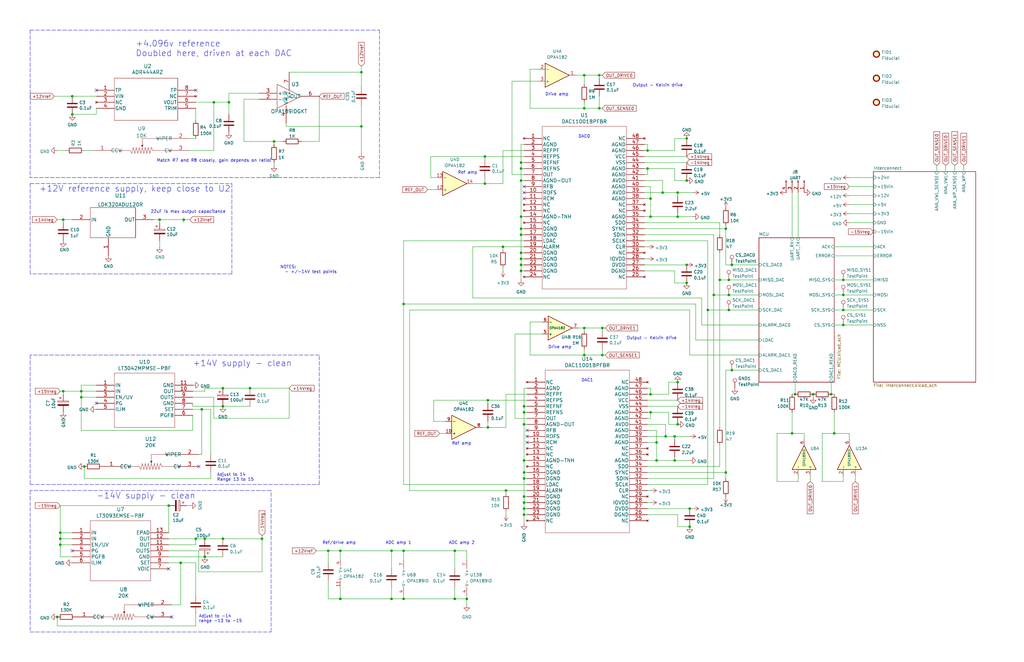
<source format=kicad_sch>
(kicad_sch (version 20211123) (generator eeschema)
  (paper "USLedger")
  (title_block (title "NR1B-Analog") (date "2022-07-26") (rev "v1.0") (company "University of Dallas") (comment 1 "Isaac Kelly <ikelly@udallas.edu>"))
  (junction (at 25.4 227.33))
  (junction (at 71.12 213.36))
  (junction (at 274.32 173.99))
  (junction (at 220.98 209.55))
  (junction (at 246.38 138.43))
  (junction (at 285.75 91.44))
  (junction (at 25.4 229.87))
  (junction (at 138.43 232.41))
  (junction (at 34.29 165.1))
  (junction (at 306.07 96.52))
  (junction (at 110.49 227.33))
  (junction (at 212.09 104.14))
  (junction (at 196.85 252.73))
  (junction (at 96.52 43.18))
  (junction (at 219.71 68.58))
  (junction (at 26.67 92.71))
  (junction (at 273.05 63.5))
  (junction (at 355.6 137.16))
  (junction (at 204.47 66.04))
  (junction (at 219.71 106.68))
  (junction (at 165.1 232.41))
  (junction (at 219.71 96.52))
  (junction (at 298.45 130.81))
  (junction (at 274.32 83.82))
  (junction (at 355.6 130.81))
  (junction (at 93.98 163.83))
  (junction (at 274.32 166.37))
  (junction (at 334.01 182.88))
  (junction (at 308.61 156.21))
  (junction (at 143.51 232.41))
  (junction (at 105.41 163.83))
  (junction (at 289.56 119.38))
  (junction (at 191.77 252.73))
  (junction (at 191.77 232.41))
  (junction (at 93.98 171.45))
  (junction (at 273.05 71.12))
  (junction (at 26.67 165.1))
  (junction (at 276.86 194.31))
  (junction (at 220.98 179.07))
  (junction (at 246.38 31.75))
  (junction (at 284.48 194.31))
  (junction (at 170.18 232.41))
  (junction (at 170.18 252.73))
  (junction (at 34.29 167.64))
  (junction (at 204.47 77.47))
  (junction (at 67.31 92.71))
  (junction (at 213.36 207.01))
  (junction (at 220.98 173.99))
  (junction (at 90.17 43.18))
  (junction (at 219.71 99.06))
  (junction (at 220.98 194.31))
  (junction (at 219.71 76.2))
  (junction (at 285.75 179.07))
  (junction (at 350.52 166.37))
  (junction (at 205.74 168.91))
  (junction (at 86.36 227.33))
  (junction (at 35.56 196.85))
  (junction (at 85.09 172.72))
  (junction (at 219.71 111.76))
  (junction (at 307.34 124.46))
  (junction (at 306.07 199.39))
  (junction (at 152.4 53.34))
  (junction (at 280.67 184.15))
  (junction (at 285.75 161.29))
  (junction (at 219.71 71.12))
  (junction (at 308.61 111.76))
  (junction (at 220.98 217.17))
  (junction (at 93.98 227.33))
  (junction (at 289.56 58.42))
  (junction (at 254 149.86))
  (junction (at 284.48 184.15))
  (junction (at 289.56 111.76))
  (junction (at 220.98 214.63))
  (junction (at 300.99 124.46))
  (junction (at 307.34 130.81))
  (junction (at 303.53 118.11))
  (junction (at 30.48 40.64))
  (junction (at 115.57 59.69))
  (junction (at 205.74 180.34))
  (junction (at 220.98 212.09))
  (junction (at 252.73 45.72))
  (junction (at 170.18 128.27))
  (junction (at 219.71 114.3))
  (junction (at 279.4 81.28))
  (junction (at 290.83 222.25))
  (junction (at 285.75 81.28))
  (junction (at 355.6 118.11))
  (junction (at 220.98 199.39))
  (junction (at 355.6 124.46))
  (junction (at 165.1 252.73))
  (junction (at 342.9 166.37))
  (junction (at 351.79 182.88))
  (junction (at 246.38 149.86))
  (junction (at 246.38 45.72))
  (junction (at 252.73 31.75))
  (junction (at 82.55 227.33))
  (junction (at 30.48 48.26))
  (junction (at 25.4 224.79))
  (junction (at 86.36 234.95))
  (junction (at 152.4 30.48))
  (junction (at 289.56 76.2))
  (junction (at 274.32 91.44))
  (junction (at 254 138.43))
  (junction (at 76.2 237.49))
  (junction (at 307.34 118.11))
  (junction (at 219.71 91.44))
  (junction (at 77.47 92.71))
  (junction (at 290.83 214.63))
  (junction (at 335.28 166.37))
  (junction (at 24.13 260.35))
  (junction (at 219.71 109.22))
  (junction (at 276.86 186.69))
  (junction (at 220.98 171.45))
  (junction (at 220.98 201.93))
  (junction (at 143.51 252.73))
  (no_connect (at 82.55 38.1))
  (no_connect (at 72.39 260.35))
  (no_connect (at 222.25 186.69))
  (no_connect (at 222.25 181.61))
  (no_connect (at 220.98 81.28))
  (no_connect (at 222.25 184.15))
  (no_connect (at 83.82 196.85))
  (no_connect (at 30.48 232.41))
  (no_connect (at 71.12 240.03))
  (no_connect (at 220.98 78.74))
  (no_connect (at 220.98 83.82))
  (no_connect (at 40.64 170.18))
  (no_connect (at 40.64 38.1))
  (wire (pts (xy 306.07 156.21) (xy 308.61 156.21)))
  (wire (pts (xy 90.17 43.18) (xy 96.52 43.18)))
  (wire (pts (xy 220.98 194.31) (xy 222.25 194.31)))
  (wire (pts (xy 303.53 106.68) (xy 303.53 118.11)))
  (wire (pts (xy 217.17 140.97) (xy 228.6 140.97)))
  (wire (pts (xy 110.49 241.3) (xy 110.49 227.33)))
  (wire (pts (xy 289.56 58.42) (xy 284.48 58.42)))
  (wire (pts (xy 271.78 101.6) (xy 298.45 101.6)))
  (wire (pts (xy 34.29 162.56) (xy 34.29 165.1)))
  (wire (pts (xy 203.2 180.34) (xy 205.74 180.34)))
  (wire (pts (xy 284.48 194.31) (xy 290.83 194.31)))
  (wire (pts (xy 273.05 201.93) (xy 300.99 201.93)))
  (wire (pts (xy 86.36 163.83) (xy 93.98 163.83)))
  (wire (pts (xy 152.4 27.94) (xy 152.4 30.48)))
  (wire (pts (xy 358.14 86.36) (xy 368.3 86.36)))
  (wire (pts (xy 274.32 173.99) (xy 273.05 173.99)))
  (wire (pts (xy 82.55 227.33) (xy 86.36 227.33)))
  (wire (pts (xy 25.4 213.36) (xy 71.12 213.36)))
  (wire (pts (xy 191.77 247.65) (xy 191.77 252.73)))
  (wire (pts (xy 358.14 182.88) (xy 358.14 185.42)))
  (wire (pts (xy 274.32 78.74) (xy 271.78 78.74)))
  (wire (pts (xy 284.48 58.42) (xy 284.48 63.5)))
  (wire (pts (xy 64.77 92.71) (xy 67.31 92.71)))
  (wire (pts (xy 40.64 40.64) (xy 30.48 40.64)))
  (wire (pts (xy 81.28 165.1) (xy 86.36 165.1)))
  (wire (pts (xy 273.05 63.5) (xy 271.78 63.5)))
  (wire (pts (xy 133.35 232.41) (xy 138.43 232.41)))
  (wire (pts (xy 152.4 53.34) (xy 152.4 44.45)))
  (wire (pts (xy 71.12 227.33) (xy 82.55 227.33)))
  (wire (pts (xy 246.38 147.32) (xy 246.38 149.86)))
  (wire (pts (xy 276.86 194.31) (xy 284.48 194.31)))
  (wire (pts (xy 96.52 48.26) (xy 96.52 43.18)))
  (wire (pts (xy 284.48 184.15) (xy 284.48 185.42)))
  (wire (pts (xy 254 149.86) (xy 255.27 149.86)))
  (wire (pts (xy 252.73 45.72) (xy 254 45.72)))
  (wire (pts (xy 336.55 203.2) (xy 327.66 203.2)))
  (wire (pts (xy 300.99 99.06) (xy 300.99 124.46)))
  (wire (pts (xy 82.55 227.33) (xy 82.55 229.87)))
  (wire (pts (xy 223.52 29.21) (xy 223.52 45.72)))
  (wire (pts (xy 35.56 201.93) (xy 35.56 196.85)))
  (wire (pts (xy 82.55 259.08) (xy 82.55 264.16)))
  (wire (pts (xy 212.09 77.47) (xy 212.09 63.5)))
  (wire (pts (xy 402.59 69.85) (xy 402.59 72.39)))
  (wire (pts (xy 271.78 81.28) (xy 279.4 81.28)))
  (wire (pts (xy 199.39 104.14) (xy 199.39 125.73)))
  (wire (pts (xy 243.84 138.43) (xy 246.38 138.43)))
  (wire (pts (xy 223.52 29.21) (xy 227.33 29.21)))
  (wire (pts (xy 274.32 173.99) (xy 274.32 176.53)))
  (wire (pts (xy 121.92 30.48) (xy 152.4 30.48)))
  (wire (pts (xy 109.22 41.91) (xy 102.87 41.91)))
  (wire (pts (xy 24.13 92.71) (xy 26.67 92.71)))
  (wire (pts (xy 165.1 247.65) (xy 165.1 252.73)))
  (wire (pts (xy 219.71 96.52) (xy 219.71 99.06)))
  (wire (pts (xy 303.53 118.11) (xy 303.53 180.34)))
  (wire (pts (xy 220.98 214.63) (xy 222.25 214.63)))
  (wire (pts (xy 115.57 59.69) (xy 119.38 59.69)))
  (wire (pts (xy 293.37 128.27) (xy 293.37 143.51)))
  (wire (pts (xy 271.78 93.98) (xy 303.53 93.98)))
  (wire (pts (xy 83.82 232.41) (xy 83.82 241.3)))
  (wire (pts (xy 71.12 232.41) (xy 83.82 232.41)))
  (wire (pts (xy 67.31 101.6) (xy 67.31 104.14)))
  (wire (pts (xy 212.09 104.14) (xy 199.39 104.14)))
  (wire (pts (xy 26.67 92.71) (xy 30.48 92.71)))
  (polyline (pts (xy 160.02 12.7) (xy 160.02 74.93)))
  (wire (pts (xy 196.85 252.73) (xy 196.85 251.46)))
  (wire (pts (xy 219.71 68.58) (xy 220.98 68.58)))
  (wire (pts (xy 219.71 71.12) (xy 219.71 76.2)))
  (wire (pts (xy 351.79 124.46) (xy 355.6 124.46)))
  (polyline (pts (xy 114.3 266.7) (xy 114.3 207.01)))
  (wire (pts (xy 279.4 81.28) (xy 285.75 81.28)))
  (wire (pts (xy 86.36 163.83) (xy 86.36 165.1)))
  (wire (pts (xy 271.78 83.82) (xy 274.32 83.82)))
  (wire (pts (xy 220.98 173.99) (xy 220.98 179.07)))
  (wire (pts (xy 223.52 135.89) (xy 223.52 149.86)))
  (wire (pts (xy 346.71 182.88) (xy 351.79 182.88)))
  (wire (pts (xy 334.01 81.28) (xy 334.01 100.33)))
  (wire (pts (xy 220.98 66.04) (xy 204.47 66.04)))
  (wire (pts (xy 40.64 162.56) (xy 34.29 162.56)))
  (wire (pts (xy 334.01 173.99) (xy 334.01 182.88)))
  (wire (pts (xy 90.17 167.64) (xy 90.17 176.53)))
  (wire (pts (xy 358.14 82.55) (xy 368.3 82.55)))
  (wire (pts (xy 351.79 104.14) (xy 368.3 104.14)))
  (polyline (pts (xy 114.3 207.01) (xy 12.7 207.01)))
  (wire (pts (xy 358.14 93.98) (xy 368.3 93.98)))
  (wire (pts (xy 284.48 194.31) (xy 284.48 193.04)))
  (wire (pts (xy 280.67 179.07) (xy 280.67 184.15)))
  (polyline (pts (xy 134.62 149.86) (xy 12.7 149.86)))
  (wire (pts (xy 220.98 60.96) (xy 219.71 60.96)))
  (wire (pts (xy 76.2 255.27) (xy 76.2 237.49)))
  (wire (pts (xy 220.98 199.39) (xy 220.98 201.93)))
  (wire (pts (xy 285.75 91.44) (xy 292.1 91.44)))
  (wire (pts (xy 274.32 83.82) (xy 274.32 78.74)))
  (wire (pts (xy 212.09 113.03) (xy 212.09 114.3)))
  (wire (pts (xy 280.67 184.15) (xy 284.48 184.15)))
  (polyline (pts (xy 12.7 207.01) (xy 12.7 209.55)))
  (polyline (pts (xy 12.7 204.47) (xy 134.62 204.47)))
  (wire (pts (xy 196.85 232.41) (xy 196.85 236.22)))
  (wire (pts (xy 180.34 80.01) (xy 184.15 80.01)))
  (wire (pts (xy 22.86 40.64) (xy 30.48 40.64)))
  (wire (pts (xy 81.28 175.26) (xy 81.28 181.61)))
  (wire (pts (xy 220.98 73.66) (xy 215.9 73.66)))
  (wire (pts (xy 219.71 109.22) (xy 219.71 111.76)))
  (wire (pts (xy 281.94 161.29) (xy 281.94 166.37)))
  (wire (pts (xy 219.71 99.06) (xy 219.71 106.68)))
  (wire (pts (xy 274.32 83.82) (xy 274.32 91.44)))
  (wire (pts (xy 306.07 96.52) (xy 306.07 111.76)))
  (wire (pts (xy 90.17 43.18) (xy 90.17 63.5)))
  (wire (pts (xy 220.98 212.09) (xy 222.25 212.09)))
  (wire (pts (xy 274.32 212.09) (xy 273.05 212.09)))
  (wire (pts (xy 355.6 118.11) (xy 368.3 118.11)))
  (wire (pts (xy 165.1 232.41) (xy 170.18 232.41)))
  (wire (pts (xy 358.14 74.93) (xy 368.3 74.93)))
  (wire (pts (xy 273.05 104.14) (xy 271.78 104.14)))
  (wire (pts (xy 120.65 52.07) (xy 120.65 53.34)))
  (wire (pts (xy 115.57 68.58) (xy 115.57 69.85)))
  (wire (pts (xy 88.9 201.93) (xy 35.56 201.93)))
  (wire (pts (xy 170.18 251.46) (xy 170.18 252.73)))
  (wire (pts (xy 80.01 58.42) (xy 82.55 58.42)))
  (wire (pts (xy 346.71 203.2) (xy 346.71 182.88)))
  (wire (pts (xy 254 149.86) (xy 254 147.32)))
  (wire (pts (xy 350.52 166.37) (xy 351.79 166.37)))
  (wire (pts (xy 181.61 66.04) (xy 181.61 74.93)))
  (wire (pts (xy 215.9 34.29) (xy 215.9 73.66)))
  (wire (pts (xy 394.97 69.85) (xy 394.97 72.39)))
  (wire (pts (xy 274.32 166.37) (xy 273.05 166.37)))
  (wire (pts (xy 26.67 165.1) (xy 26.67 166.37)))
  (wire (pts (xy 246.38 31.75) (xy 246.38 35.56)))
  (wire (pts (xy 170.18 232.41) (xy 170.18 236.22)))
  (wire (pts (xy 219.71 60.96) (xy 219.71 68.58)))
  (wire (pts (xy 336.55 81.28) (xy 336.55 100.33)))
  (wire (pts (xy 273.05 196.85) (xy 303.53 196.85)))
  (wire (pts (xy 213.36 208.28) (xy 213.36 207.01)))
  (wire (pts (xy 246.38 138.43) (xy 254 138.43)))
  (wire (pts (xy 246.38 45.72) (xy 252.73 45.72)))
  (wire (pts (xy 303.53 93.98) (xy 303.53 99.06)))
  (wire (pts (xy 273.05 168.91) (xy 285.75 168.91)))
  (wire (pts (xy 30.48 234.95) (xy 25.4 234.95)))
  (wire (pts (xy 351.79 173.99) (xy 351.79 182.88)))
  (wire (pts (xy 220.98 194.31) (xy 220.98 199.39)))
  (wire (pts (xy 90.17 176.53) (xy 121.92 176.53)))
  (wire (pts (xy 327.66 203.2) (xy 327.66 182.88)))
  (wire (pts (xy 303.53 187.96) (xy 303.53 196.85)))
  (wire (pts (xy 220.98 163.83) (xy 220.98 171.45)))
  (wire (pts (xy 199.39 77.47) (xy 204.47 77.47)))
  (polyline (pts (xy 12.7 152.4) (xy 12.7 204.47)))
  (wire (pts (xy 246.38 149.86) (xy 254 149.86)))
  (wire (pts (xy 274.32 176.53) (xy 273.05 176.53)))
  (wire (pts (xy 274.32 173.99) (xy 281.94 173.99)))
  (wire (pts (xy 191.77 252.73) (xy 196.85 252.73)))
  (wire (pts (xy 134.62 40.64) (xy 134.62 59.69)))
  (wire (pts (xy 219.71 99.06) (xy 220.98 99.06)))
  (wire (pts (xy 40.64 45.72) (xy 40.64 48.26)))
  (wire (pts (xy 350.52 161.29) (xy 350.52 166.37)))
  (wire (pts (xy 138.43 232.41) (xy 143.51 232.41)))
  (wire (pts (xy 165.1 232.41) (xy 165.1 240.03)))
  (polyline (pts (xy 12.7 12.7) (xy 160.02 12.7)))
  (wire (pts (xy 81.28 172.72) (xy 85.09 172.72)))
  (wire (pts (xy 219.71 91.44) (xy 219.71 96.52)))
  (wire (pts (xy 273.05 109.22) (xy 271.78 109.22)))
  (wire (pts (xy 273.05 71.12) (xy 284.48 71.12)))
  (wire (pts (xy 204.47 66.04) (xy 181.61 66.04)))
  (wire (pts (xy 219.71 111.76) (xy 219.71 114.3)))
  (wire (pts (xy 170.18 128.27) (xy 293.37 128.27)))
  (wire (pts (xy 72.39 255.27) (xy 76.2 255.27)))
  (wire (pts (xy 308.61 156.21) (xy 320.04 156.21)))
  (wire (pts (xy 220.98 212.09) (xy 220.98 214.63)))
  (wire (pts (xy 220.98 217.17) (xy 220.98 220.98)))
  (wire (pts (xy 334.01 182.88) (xy 339.09 182.88)))
  (wire (pts (xy 138.43 232.41) (xy 138.43 237.49)))
  (wire (pts (xy 40.64 167.64) (xy 34.29 167.64)))
  (wire (pts (xy 284.48 71.12) (xy 284.48 76.2)))
  (wire (pts (xy 284.48 114.3) (xy 284.48 119.38)))
  (wire (pts (xy 219.71 111.76) (xy 220.98 111.76)))
  (wire (pts (xy 219.71 96.52) (xy 220.98 96.52)))
  (wire (pts (xy 351.79 137.16) (xy 355.6 137.16)))
  (wire (pts (xy 290.83 149.86) (xy 320.04 149.86)))
  (wire (pts (xy 276.86 194.31) (xy 273.05 194.31)))
  (wire (pts (xy 358.14 90.17) (xy 368.3 90.17)))
  (wire (pts (xy 172.72 130.81) (xy 290.83 130.81)))
  (wire (pts (xy 25.4 213.36) (xy 25.4 224.79)))
  (wire (pts (xy 88.9 172.72) (xy 85.09 172.72)))
  (wire (pts (xy 335.28 166.37) (xy 334.01 166.37)))
  (wire (pts (xy 351.79 107.95) (xy 368.3 107.95)))
  (wire (pts (xy 212.09 63.5) (xy 220.98 63.5)))
  (wire (pts (xy 306.07 111.76) (xy 308.61 111.76)))
  (wire (pts (xy 77.47 92.71) (xy 80.01 92.71)))
  (wire (pts (xy 274.32 207.01) (xy 273.05 207.01)))
  (wire (pts (xy 223.52 45.72) (xy 246.38 45.72)))
  (wire (pts (xy 351.79 118.11) (xy 355.6 118.11)))
  (wire (pts (xy 274.32 163.83) (xy 273.05 163.83)))
  (wire (pts (xy 307.34 124.46) (xy 320.04 124.46)))
  (wire (pts (xy 81.28 167.64) (xy 90.17 167.64)))
  (wire (pts (xy 290.83 130.81) (xy 290.83 149.86)))
  (wire (pts (xy 185.42 182.88) (xy 187.96 182.88)))
  (wire (pts (xy 223.52 149.86) (xy 246.38 149.86)))
  (wire (pts (xy 342.9 167.64) (xy 342.9 166.37)))
  (wire (pts (xy 281.94 179.07) (xy 285.75 179.07)))
  (wire (pts (xy 273.05 179.07) (xy 280.67 179.07)))
  (wire (pts (xy 199.39 125.73) (xy 295.91 125.73)))
  (wire (pts (xy 24.13 264.16) (xy 24.13 260.35)))
  (wire (pts (xy 81.28 171.45) (xy 81.28 170.18)))
  (wire (pts (xy 273.05 71.12) (xy 271.78 71.12)))
  (wire (pts (xy 306.07 95.25) (xy 306.07 96.52)))
  (wire (pts (xy 273.05 204.47) (xy 298.45 204.47)))
  (wire (pts (xy 182.88 168.91) (xy 205.74 168.91)))
  (wire (pts (xy 252.73 45.72) (xy 252.73 40.64)))
  (wire (pts (xy 85.09 172.72) (xy 85.09 191.77)))
  (wire (pts (xy 82.55 264.16) (xy 24.13 264.16)))
  (wire (pts (xy 220.98 214.63) (xy 220.98 217.17)))
  (wire (pts (xy 143.51 252.73) (xy 165.1 252.73)))
  (wire (pts (xy 274.32 91.44) (xy 285.75 91.44)))
  (wire (pts (xy 220.98 201.93) (xy 220.98 209.55)))
  (wire (pts (xy 355.6 124.46) (xy 368.3 124.46)))
  (wire (pts (xy 96.52 39.37) (xy 96.52 43.18)))
  (wire (pts (xy 298.45 204.47) (xy 298.45 130.81)))
  (wire (pts (xy 220.98 173.99) (xy 222.25 173.99)))
  (wire (pts (xy 25.4 229.87) (xy 25.4 227.33)))
  (wire (pts (xy 284.48 119.38) (xy 289.56 119.38)))
  (wire (pts (xy 215.9 34.29) (xy 227.33 34.29)))
  (wire (pts (xy 25.4 165.1) (xy 26.67 165.1)))
  (wire (pts (xy 280.67 184.15) (xy 273.05 184.15)))
  (wire (pts (xy 25.4 224.79) (xy 30.48 224.79)))
  (wire (pts (xy 138.43 245.11) (xy 138.43 252.73)))
  (wire (pts (xy 220.98 171.45) (xy 222.25 171.45)))
  (wire (pts (xy 281.94 166.37) (xy 274.32 166.37)))
  (wire (pts (xy 93.98 227.33) (xy 110.49 227.33)))
  (wire (pts (xy 223.52 135.89) (xy 228.6 135.89)))
  (wire (pts (xy 76.2 237.49) (xy 71.12 237.49)))
  (wire (pts (xy 127 59.69) (xy 134.62 59.69)))
  (wire (pts (xy 254 138.43) (xy 254 139.7)))
  (wire (pts (xy 285.75 91.44) (xy 285.75 90.17)))
  (wire (pts (xy 219.71 76.2) (xy 219.71 91.44)))
  (polyline (pts (xy 12.7 209.55) (xy 12.7 266.7)))
  (wire (pts (xy 204.47 77.47) (xy 212.09 77.47)))
  (wire (pts (xy 40.64 165.1) (xy 34.29 165.1)))
  (wire (pts (xy 34.29 167.64) (xy 34.29 165.1)))
  (wire (pts (xy 273.05 214.63) (xy 290.83 214.63)))
  (wire (pts (xy 25.4 227.33) (xy 25.4 224.79)))
  (wire (pts (xy 406.4 69.85) (xy 406.4 72.39)))
  (polyline (pts (xy 12.7 266.7) (xy 114.3 266.7)))
  (wire (pts (xy 152.4 64.77) (xy 152.4 53.34)))
  (wire (pts (xy 205.74 180.34) (xy 213.36 180.34)))
  (wire (pts (xy 276.86 186.69) (xy 276.86 194.31)))
  (wire (pts (xy 170.18 232.41) (xy 191.77 232.41)))
  (polyline (pts (xy 12.7 77.47) (xy 97.79 77.47)))
  (wire (pts (xy 308.61 111.76) (xy 320.04 111.76)))
  (wire (pts (xy 88.9 172.72) (xy 88.9 191.77)))
  (wire (pts (xy 285.75 81.28) (xy 292.1 81.28)))
  (wire (pts (xy 271.78 68.58) (xy 289.56 68.58)))
  (wire (pts (xy 271.78 114.3) (xy 284.48 114.3)))
  (wire (pts (xy 143.51 232.41) (xy 165.1 232.41)))
  (wire (pts (xy 138.43 252.73) (xy 143.51 252.73)))
  (wire (pts (xy 252.73 31.75) (xy 252.73 33.02)))
  (wire (pts (xy 271.78 99.06) (xy 300.99 99.06)))
  (wire (pts (xy 34.29 181.61) (xy 34.29 167.64)))
  (polyline (pts (xy 12.7 77.47) (xy 12.7 115.57)))
  (wire (pts (xy 213.36 166.37) (xy 222.25 166.37)))
  (wire (pts (xy 273.05 71.12) (xy 273.05 73.66)))
  (wire (pts (xy 276.86 181.61) (xy 276.86 186.69)))
  (wire (pts (xy 222.25 176.53) (xy 217.17 176.53)))
  (wire (pts (xy 181.61 74.93) (xy 184.15 74.93)))
  (wire (pts (xy 220.98 179.07) (xy 220.98 194.31)))
  (wire (pts (xy 212.09 104.14) (xy 212.09 105.41)))
  (wire (pts (xy 93.98 171.45) (xy 81.28 171.45)))
  (wire (pts (xy 88.9 199.39) (xy 88.9 201.93)))
  (wire (pts (xy 191.77 232.41) (xy 191.77 240.03)))
  (wire (pts (xy 213.36 180.34) (xy 213.36 166.37)))
  (wire (pts (xy 279.4 76.2) (xy 279.4 81.28)))
  (wire (pts (xy 298.45 130.81) (xy 307.34 130.81)))
  (polyline (pts (xy 12.7 149.86) (xy 12.7 152.4)))
  (wire (pts (xy 205.74 177.8) (xy 205.74 180.34)))
  (wire (pts (xy 80.01 213.36) (xy 78.74 213.36)))
  (wire (pts (xy 220.98 76.2) (xy 219.71 76.2)))
  (wire (pts (xy 295.91 125.73) (xy 295.91 137.16)))
  (wire (pts (xy 284.48 76.2) (xy 289.56 76.2)))
  (polyline (pts (xy 97.79 115.57) (xy 12.7 115.57)))
  (wire (pts (xy 170.18 204.47) (xy 170.18 128.27)))
  (wire (pts (xy 284.48 63.5) (xy 273.05 63.5)))
  (wire (pts (xy 67.31 93.98) (xy 67.31 92.71)))
  (wire (pts (xy 295.91 137.16) (xy 320.04 137.16)))
  (wire (pts (xy 300.99 124.46) (xy 307.34 124.46)))
  (wire (pts (xy 222.25 163.83) (xy 220.98 163.83)))
  (wire (pts (xy 220.98 199.39) (xy 222.25 199.39)))
  (wire (pts (xy 271.78 111.76) (xy 289.56 111.76)))
  (wire (pts (xy 246.38 31.75) (xy 252.73 31.75)))
  (wire (pts (xy 109.22 39.37) (xy 96.52 39.37)))
  (wire (pts (xy 219.71 109.22) (xy 220.98 109.22)))
  (wire (pts (xy 213.36 207.01) (xy 172.72 207.01)))
  (wire (pts (xy 86.36 234.95) (xy 93.98 234.95)))
  (wire (pts (xy 306.07 199.39) (xy 306.07 201.93)))
  (wire (pts (xy 102.87 41.91) (xy 102.87 59.69)))
  (wire (pts (xy 219.71 114.3) (xy 219.71 118.11)))
  (wire (pts (xy 71.12 213.36) (xy 71.12 224.79)))
  (wire (pts (xy 276.86 186.69) (xy 273.05 186.69)))
  (polyline (pts (xy 160.02 74.93) (xy 12.7 74.93)))
  (wire (pts (xy 170.18 252.73) (xy 191.77 252.73)))
  (wire (pts (xy 341.63 200.66) (xy 341.63 203.2)))
  (wire (pts (xy 306.07 156.21) (xy 306.07 199.39)))
  (wire (pts (xy 222.25 168.91) (xy 205.74 168.91)))
  (wire (pts (xy 327.66 182.88) (xy 334.01 182.88)))
  (wire (pts (xy 220.98 201.93) (xy 222.25 201.93)))
  (wire (pts (xy 217.17 140.97) (xy 217.17 176.53)))
  (wire (pts (xy 26.67 165.1) (xy 34.29 165.1)))
  (wire (pts (xy 115.57 60.96) (xy 115.57 59.69)))
  (wire (pts (xy 219.71 106.68) (xy 220.98 106.68)))
  (wire (pts (xy 273.05 60.96) (xy 273.05 63.5)))
  (wire (pts (xy 170.18 101.6) (xy 170.18 128.27)))
  (wire (pts (xy 271.78 96.52) (xy 306.07 96.52)))
  (wire (pts (xy 213.36 215.9) (xy 213.36 217.17)))
  (wire (pts (xy 271.78 91.44) (xy 274.32 91.44)))
  (wire (pts (xy 273.05 217.17) (xy 285.75 217.17)))
  (wire (pts (xy 82.55 229.87) (xy 71.12 229.87)))
  (wire (pts (xy 307.34 130.81) (xy 320.04 130.81)))
  (wire (pts (xy 298.45 101.6) (xy 298.45 130.81)))
  (wire (pts (xy 182.88 177.8) (xy 187.96 177.8)))
  (wire (pts (xy 182.88 177.8) (xy 182.88 168.91)))
  (wire (pts (xy 339.09 182.88) (xy 339.09 185.42)))
  (wire (pts (xy 351.79 130.81) (xy 355.6 130.81)))
  (wire (pts (xy 220.98 171.45) (xy 220.98 173.99)))
  (wire (pts (xy 220.98 209.55) (xy 220.98 212.09)))
  (wire (pts (xy 165.1 252.73) (xy 170.18 252.73)))
  (wire (pts (xy 351.79 182.88) (xy 358.14 182.88)))
  (wire (pts (xy 196.85 252.73) (xy 196.85 255.27)))
  (wire (pts (xy 281.94 173.99) (xy 281.94 179.07)))
  (wire (pts (xy 80.01 63.5) (xy 90.17 63.5)))
  (wire (pts (xy 285.75 161.29) (xy 281.94 161.29)))
  (wire (pts (xy 220.98 217.17) (xy 222.25 217.17)))
  (wire (pts (xy 300.99 201.93) (xy 300.99 124.46)))
  (wire (pts (xy 110.49 226.06) (xy 110.49 227.33)))
  (wire (pts (xy 355.6 203.2) (xy 346.71 203.2)))
  (wire (pts (xy 219.71 68.58) (xy 219.71 71.12)))
  (wire (pts (xy 220.98 104.14) (xy 212.09 104.14)))
  (wire (pts (xy 77.47 93.98) (xy 77.47 92.71)))
  (wire (pts (xy 336.55 200.66) (xy 336.55 203.2)))
  (wire (pts (xy 93.98 171.45) (xy 105.41 171.45)))
  (wire (pts (xy 82.55 43.18) (xy 90.17 43.18)))
  (wire (pts (xy 307.34 118.11) (xy 320.04 118.11)))
  (wire (pts (xy 71.12 234.95) (xy 86.36 234.95)))
  (wire (pts (xy 246.38 138.43) (xy 246.38 139.7)))
  (wire (pts (xy 355.6 137.16) (xy 368.3 137.16)))
  (wire (pts (xy 86.36 227.33) (xy 93.98 227.33)))
  (wire (pts (xy 67.31 92.71) (xy 77.47 92.71)))
  (wire (pts (xy 360.68 200.66) (xy 360.68 203.2)))
  (polyline (pts (xy 12.7 12.7) (xy 12.7 74.93)))
  (wire (pts (xy 220.98 101.6) (xy 170.18 101.6)))
  (wire (pts (xy 273.05 73.66) (xy 271.78 73.66)))
  (wire (pts (xy 219.71 106.68) (xy 219.71 109.22)))
  (wire (pts (xy 191.77 232.41) (xy 196.85 232.41)))
  (wire (pts (xy 30.48 48.26) (xy 40.64 48.26)))
  (wire (pts (xy 82.55 251.46) (xy 82.55 237.49)))
  (wire (pts (xy 143.51 247.65) (xy 143.51 252.73)))
  (wire (pts (xy 35.56 63.5) (xy 39.37 63.5)))
  (wire (pts (xy 355.6 200.66) (xy 355.6 203.2)))
  (wire (pts (xy 30.48 229.87) (xy 25.4 229.87)))
  (wire (pts (xy 222.25 204.47) (xy 170.18 204.47)))
  (wire (pts (xy 358.14 78.74) (xy 368.3 78.74)))
  (wire (pts (xy 120.65 53.34) (xy 152.4 53.34)))
  (wire (pts (xy 284.48 184.15) (xy 290.83 184.15)))
  (wire (pts (xy 293.37 143.51) (xy 320.04 143.51)))
  (wire (pts (xy 285.75 82.55) (xy 285.75 81.28)))
  (polyline (pts (xy 134.62 204.47) (xy 134.62 149.86)))
  (wire (pts (xy 285.75 222.25) (xy 290.83 222.25)))
  (wire (pts (xy 152.4 30.48) (xy 152.4 36.83)))
  (wire (pts (xy 285.75 217.17) (xy 285.75 222.25)))
  (wire (pts (xy 102.87 59.69) (xy 115.57 59.69)))
  (wire (pts (xy 273.05 181.61) (xy 276.86 181.61)))
  (wire (pts (xy 143.51 232.41) (xy 143.51 236.22)))
  (wire (pts (xy 204.47 77.47) (xy 204.47 74.93)))
  (wire (pts (xy 242.57 31.75) (xy 246.38 31.75)))
  (wire (pts (xy 25.4 234.95) (xy 25.4 229.87)))
  (wire (pts (xy 205.74 168.91) (xy 205.74 170.18)))
  (wire (pts (xy 273.05 171.45) (xy 285.75 171.45)))
  (wire (pts (xy 219.71 114.3) (xy 220.98 114.3)))
  (wire (pts (xy 82.55 237.49) (xy 76.2 237.49)))
  (wire (pts (xy 303.53 118.11) (xy 307.34 118.11)))
  (wire (pts (xy 82.55 45.72) (xy 82.55 50.8)))
  (wire (pts (xy 335.28 161.29) (xy 335.28 166.37)))
  (wire (pts (xy 254 138.43) (xy 255.27 138.43)))
  (wire (pts (xy 24.13 63.5) (xy 27.94 63.5)))
  (wire (pts (xy 85.09 191.77) (xy 83.82 191.77)))
  (wire (pts (xy 398.78 69.85) (xy 398.78 72.39)))
  (wire (pts (xy 246.38 43.18) (xy 246.38 45.72)))
  (wire (pts (xy 105.41 163.83) (xy 121.92 163.83)))
  (wire (pts (xy 81.28 181.61) (xy 34.29 181.61)))
  (wire (pts (xy 273.05 60.96) (xy 271.78 60.96)))
  (wire (pts (xy 30.48 227.33) (xy 25.4 227.33)))
  (wire (pts (xy 355.6 130.81) (xy 368.3 130.81)))
  (polyline (pts (xy 97.79 77.47) (xy 97.79 115.57)))
  (wire (pts (xy 252.73 31.75) (xy 254 31.75)))
  (wire (pts (xy 219.71 71.12) (xy 220.98 71.12)))
  (wire (pts (xy 220.98 209.55) (xy 222.25 209.55)))
  (wire (pts (xy 273.05 199.39) (xy 306.07 199.39)))
  (wire (pts (xy 219.71 91.44) (xy 220.98 91.44)))
  (wire (pts (xy 93.98 163.83) (xy 105.41 163.83)))
  (wire (pts (xy 26.67 92.71) (xy 26.67 93.98)))
  (wire (pts (xy 271.78 66.04) (xy 289.56 66.04)))
  (wire (pts (xy 213.36 207.01) (xy 222.25 207.01)))
  (wire (pts (xy 83.82 241.3) (xy 110.49 241.3)))
  (wire (pts (xy 274.32 163.83) (xy 274.32 166.37)))
  (wire (pts (xy 121.92 163.83) (xy 121.92 176.53)))
  (wire (pts (xy 220.98 179.07) (xy 222.25 179.07)))
  (wire (pts (xy 204.47 66.04) (xy 204.47 67.31)))
  (wire (pts (xy 292.1 214.63) (xy 290.83 214.63)))
  (wire (pts (xy 271.78 76.2) (xy 279.4 76.2)))
  (wire (pts (xy 172.72 207.01) (xy 172.72 130.81)))
  (text "Match R7 and R8 closely, gain depends on ratio!" (at 66.04 68.58 0) (effects (font (size 1.27 1.27)) (justify left bottom)))
  (text "Output - Kelvin drive" (at 266.7 36.83 0) (effects (font (size 1.27 1.27)) (justify left bottom)))
  (text "+14V supply - clean" (at 81.28 154.94 0) (effects (font (size 2.54 2.54)) (justify left bottom)))
  (text "ADC amp 1" (at 162.56 229.87 0) (effects (font (size 1.27 1.27)) (justify left bottom)))
  (text "NOTES:\n  - +/-14V test points" (at 118.11 115.57 0) (effects (font (size 1.27 1.27)) (justify left bottom)))
  (text "Adjust to 14\nRange 13 to 15" (at 91.44 203.2 0) (effects (font (size 1.27 1.27)) (justify left bottom)))
  (text "Ref/drive amp" (at 135.89 229.87 0) (effects (font (size 1.27 1.27)) (justify left bottom)))
  (text "ADC amp 2" (at 189.23 229.87 0) (effects (font (size 1.27 1.27)) (justify left bottom)))
  (text "Drive amp" (at 231.14 147.32 0) (effects (font (size 1.27 1.27)) (justify left bottom)))
  (text "+12V reference supply, keep close to U2" (at 16.51 81.28 0) (effects (font (size 2.54 2.54)) (justify left bottom)))
  (text "Ref amp" (at 190.5 187.96 0) (effects (font (size 1.27 1.27)) (justify left bottom)))
  (text "Drive amp" (at 229.87 40.64 0) (effects (font (size 1.27 1.27)) (justify left bottom)))
  (text "DAC1" (at 245.11 161.29 0) (effects (font (size 1.27 1.27)) (justify left bottom)))
  (text "+4.096v reference\nDoubled here, driven at each DAC" (at 57.15 24.13 0) (effects (font (size 2.54 2.54)) (justify left bottom)))
  (text "22uF is max output capacitance" (at 63.5 90.17 0) (effects (font (size 1.27 1.27)) (justify left bottom)))
  (text "Ref amp" (at 193.04 73.66 0) (effects (font (size 1.27 1.27)) (justify left bottom)))
  (text "Output - Kelvin drive" (at 264.16 143.51 0) (effects (font (size 1.27 1.27)) (justify left bottom)))
  (text "Adjust to -14\nrange -13 to -15" (at 83.82 262.89 0) (effects (font (size 1.27 1.27)) (justify left bottom)))
  (text "DAC0" (at 243.84 58.42 0) (effects (font (size 1.27 1.27)) (justify left bottom)))
  (text "-14V supply - clean\n" (at 40.64 210.82 0) (effects (font (size 2.54 2.54)) (justify left bottom)))
  (global_label "OUT_DRIVE1" (shape input) (at 255.27 138.43 0) (property "Intersheet References" "${INTERSHEET_REFS}" (effects hide)))
  (global_label "+12Vref" (shape input) (at 133.35 232.41 180) (property "Intersheet References" "${INTERSHEET_REFS}" (effects hide)))
  (global_label "OUT_DRIVE1" (shape input) (at 406.4 69.85 90) (property "Intersheet References" "${INTERSHEET_REFS}" (effects hide)))
  (global_label "+14Vreg" (shape input) (at 24.13 92.71 180) (property "Intersheet References" "${INTERSHEET_REFS}" (effects hide)))
  (global_label "OUT_SENSE1" (shape input) (at 255.27 149.86 0) (property "Intersheet References" "${INTERSHEET_REFS}" (effects hide)))
  (global_label "REF_OUT" (shape input) (at 180.34 80.01 180) (property "Intersheet References" "${INTERSHEET_REFS}" (effects hide)))
  (global_label "+14Vreg" (shape input) (at 289.56 66.04 0) (property "Intersheet References" "${INTERSHEET_REFS}" (effects hide)))
  (global_label "+15Vreg" (shape input) (at 25.4 165.1 180) (property "Intersheet References" "${INTERSHEET_REFS}" (effects hide)))
  (global_label "+12Vref" (shape input) (at 22.86 40.64 180) (property "Intersheet References" "${INTERSHEET_REFS}" (effects hide)))
  (global_label "+15Vreg" (shape input) (at 358.14 78.74 180) (property "Intersheet References" "${INTERSHEET_REFS}" (effects hide)))
  (global_label "OUT_SENSE0" (shape input) (at 254 45.72 0) (property "Intersheet References" "${INTERSHEET_REFS}" (effects hide)))
  (global_label "+12Vref" (shape input) (at 152.4 27.94 90) (property "Intersheet References" "${INTERSHEET_REFS}" (effects hide)))
  (global_label "REF_OUT" (shape input) (at 134.62 40.64 0) (property "Intersheet References" "${INTERSHEET_REFS}" (effects hide)))
  (global_label "-14Vreg" (shape input) (at 110.49 226.06 90) (property "Intersheet References" "${INTERSHEET_REFS}" (effects hide)))
  (global_label "-15Vreg" (shape input) (at 25.4 213.36 180) (property "Intersheet References" "${INTERSHEET_REFS}" (effects hide)))
  (global_label "-14Vreg" (shape input) (at 285.75 171.45 0) (property "Intersheet References" "${INTERSHEET_REFS}" (effects hide)))
  (global_label "OUT_DRIVE1" (shape input) (at 360.68 203.2 270) (property "Intersheet References" "${INTERSHEET_REFS}" (effects hide)))
  (global_label "+14Vreg" (shape input) (at 121.92 163.83 0) (property "Intersheet References" "${INTERSHEET_REFS}" (effects hide)))
  (global_label "OUT_DRIVE0" (shape input) (at 254 31.75 0) (property "Intersheet References" "${INTERSHEET_REFS}" (effects hide)))
  (global_label "-14Vreg" (shape input) (at 289.56 68.58 0) (property "Intersheet References" "${INTERSHEET_REFS}" (effects hide)))
  (global_label "+14Vreg" (shape input) (at 285.75 168.91 0) (property "Intersheet References" "${INTERSHEET_REFS}" (effects hide)))
  (global_label "-15Vreg" (shape input) (at 368.3 97.79 180) (property "Intersheet References" "${INTERSHEET_REFS}" (effects hide)))
  (global_label "+12Vref" (shape input) (at 80.01 92.71 0) (property "Intersheet References" "${INTERSHEET_REFS}" (effects hide)))
  (global_label "REF_OUT" (shape input) (at 185.42 182.88 180) (property "Intersheet References" "${INTERSHEET_REFS}" (effects hide)))
  (global_label "OUT_DRIVE0" (shape input) (at 341.63 203.2 270) (property "Intersheet References" "${INTERSHEET_REFS}" (effects hide)))
  (global_label "OUT_DRIVE0" (shape input) (at 398.78 69.85 90) (property "Intersheet References" "${INTERSHEET_REFS}" (effects hide)))
  (global_label "OUT_SENSE0" (shape input) (at 394.97 69.85 90) (property "Intersheet References" "${INTERSHEET_REFS}" (effects hide)))
  (global_label "OUT_SENSE1" (shape input) (at 402.59 69.85 90) (property "Intersheet References" "${INTERSHEET_REFS}" (effects hide)))
  (symbol (lib_id "2022-06-16_17-58-01:ADR444ARZ") (at 26.67 38.1 0) (unit 1)
    (property "Reference" "U2" (at 62.23 27.94 0) (effects (font (size 1.524 1.524))))
    (property "Value" "ADR444ARZ" (at 62.23 30.48 0) (effects (font (size 1.524 1.524))))
    (property "Footprint" "Package_SO:SO-8_3.9x4.9mm_P1.27mm" (effects hide))
  )
  (symbol (lib_id "2022-06-16_17-06-14:DAC11001BPFBR") (at 220.98 58.42 0) (unit 1)
    (property "Reference" "U1" (at 246.38 48.5902 0) (effects (font (size 1.524 1.524))))
    (property "Value" "DAC11001BPFBR" (at 246.38 51.2826 0) (effects (font (size 1.524 1.524))))
    (property "Footprint" "Package_QFP:TQFP-48_7x7mm_P0.5mm" (effects hide))
  )
  (symbol (lib_id "Device:C") (at 204.47 71.12 0) (unit 1)
    (property "Reference" "C1" (at 207.391 69.9516 0) (effects (justify left)))
    (property "Value" "0.1uF" (at 207.391 72.263 0) (effects (justify left)))
    (property "Footprint" "Capacitor_SMD:C_0603_1608Metric" (effects hide))
  )
  (symbol (lib_id "2022-06-30_16-49-50:LT3042MPMSE-PBF") (at 40.64 162.56 0) (unit 1)
    (property "Reference" "U10" (at 60.96 152.7302 0) (effects (font (size 1.524 1.524))))
    (property "Value" "LT3042MPMSE-PBF" (at 60.96 155.4226 0) (effects (font (size 1.524 1.524))))
    (property "Footprint" "Package_SO:MSOP-10-1EP_3x3mm_P0.5mm_EP1.68x1.88mm" (effects hide))
  )
  (symbol (lib_id "2022-06-30_16-50-17:LT3093EMSE-PBF") (at 30.48 224.79 0) (unit 1)
    (property "Reference" "U7" (at 50.8 214.9602 0) (effects (font (size 1.524 1.524))))
    (property "Value" "LT3093EMSE-PBF" (at 50.8 217.6526 0) (effects (font (size 1.524 1.524))))
    (property "Footprint" "Package_SO:MSOP-12-1EP_3x4mm_P0.65mm_EP1.65x2.85mm" (effects hide))
  )
  (symbol (lib_id "2022-07-01_14-40-34:3224J-1-103E") (at 31.75 260.35 0) (unit 1)
    (property "Reference" "U8" (at 52.07 248.7422 0) (effects (font (size 1.524 1.524))))
    (property "Value" "20K" (at 52.07 251.4346 0) (effects (font (size 1.524 1.524))))
    (property "Footprint" "3224J-1-103E:3224J-1-103E" (effects hide))
  )
  (symbol (lib_id "2022-07-01_14-40-34:3224J-1-103E") (at 43.18 196.85 0) (unit 1)
    (property "Reference" "U12" (at 63.5 185.2422 0) (effects (font (size 1.524 1.524))))
    (property "Value" "20K" (at 63.5 187.9346 0) (effects (font (size 1.524 1.524))))
    (property "Footprint" "3224J-1-103E:3224J-1-103E" (effects hide))
  )
  (symbol (lib_id "power:GND") (at 40.64 172.72 270) (unit 1)
    (property "Reference" "#PWR09" (effects hide))
    (property "Value" "GND" (at 37.3888 172.847 90) (effects (justify right)))
  )
  (symbol (lib_id "Device:R") (at 39.37 196.85 270) (unit 1)
    (property "Reference" "R1" (at 39.37 192.1342 90))
    (property "Value" "130K" (at 39.37 194.6711 90))
    (property "Footprint" "Resistor_SMD:R_0603_1608Metric" (effects hide))
  )
  (symbol (lib_id "Device:C_Polarized") (at 26.67 170.18 0) (unit 1)
    (property "Reference" "C7" (at 20.2692 170.18 90))
    (property "Value" "10uF" (at 22.5806 170.18 90))
    (property "Footprint" "Capacitor_SMD:CP_Elec_5x5.3" (effects hide))
  )
  (symbol (lib_id "power:GND") (at 26.67 173.99 0) (unit 1)
    (property "Reference" "#PWR07" (effects hide))
    (property "Value" "GND" (at 26.797 178.3842 90))
  )
  (symbol (lib_id "Device:C_Polarized") (at 93.98 167.64 0) (unit 1)
    (property "Reference" "C13" (at 96.901 166.4716 0) (effects (justify left)))
    (property "Value" "100uF" (at 96.901 168.783 0) (effects (justify left)))
    (property "Footprint" "Capacitor_SMD:CP_Elec_6.3x5.8" (effects hide))
  )
  (symbol (lib_id "Device:C") (at 88.9 195.58 0) (unit 1)
    (property "Reference" "C11" (at 91.821 194.4116 0) (effects (justify left)))
    (property "Value" "0.1uF" (at 91.821 196.723 0) (effects (justify left)))
    (property "Footprint" "Capacitor_SMD:C_0603_1608Metric" (effects hide))
  )
  (symbol (lib_id "Device:C_Polarized") (at 74.93 213.36 270) (unit 1)
    (property "Reference" "C2" (at 72.771 217.2716 90) (effects (justify left)))
    (property "Value" "10uF" (at 72.771 219.583 90) (effects (justify left)))
    (property "Footprint" "Capacitor_SMD:CP_Elec_5x5.3" (effects hide))
  )
  (symbol (lib_id "power:GND") (at 80.01 213.36 90) (unit 1)
    (property "Reference" "#PWR03" (effects hide))
    (property "Value" "GND" (at 84.4042 213.233 0))
  )
  (symbol (lib_id "power:GND") (at 30.48 237.49 270) (unit 1)
    (property "Reference" "#PWR02" (effects hide))
    (property "Value" "GND" (at 27.2288 237.617 90) (effects (justify right)))
  )
  (symbol (lib_id "Device:R") (at 27.94 260.35 270) (unit 1)
    (property "Reference" "R2" (at 27.94 255.0922 90))
    (property "Value" "130K" (at 27.94 257.4036 90))
    (property "Footprint" "Resistor_SMD:R_0603_1608Metric" (effects hide))
  )
  (symbol (lib_id "Device:C") (at 82.55 255.27 180) (unit 1)
    (property "Reference" "C4" (at 85.471 254.1016 0) (effects (justify right)))
    (property "Value" "0.1uF" (at 85.471 256.413 0) (effects (justify right)))
    (property "Footprint" "Capacitor_SMD:C_0603_1608Metric" (effects hide))
  )
  (symbol (lib_id "Device:C_Polarized") (at 86.36 231.14 180) (unit 1)
    (property "Reference" "C5" (at 85.09 223.52 0) (effects (justify left)))
    (property "Value" "100uF" (at 88.9 226.06 0) (effects (justify left)))
    (property "Footprint" "Capacitor_SMD:CP_Elec_6.3x5.8" (effects hide))
  )
  (symbol (lib_id "Device:C") (at 30.48 44.45 0) (unit 1)
    (property "Reference" "C3" (at 33.401 43.2816 0) (effects (justify left)))
    (property "Value" "0.1uF" (at 33.401 45.593 0) (effects (justify left)))
    (property "Footprint" "Capacitor_SMD:C_0603_1608Metric" (effects hide))
  )
  (symbol (lib_id "Device:C") (at 96.52 52.07 0) (mirror y) (unit 1)
    (property "Reference" "C8" (at 93.599 50.9016 0) (effects (justify left)))
    (property "Value" "0.1uF" (at 93.599 53.213 0) (effects (justify left)))
    (property "Footprint" "Capacitor_SMD:C_0603_1608Metric" (effects hide))
  )
  (symbol (lib_id "Device:C") (at 252.73 36.83 0) (unit 1)
    (property "Reference" "C17" (at 255.651 35.6616 0) (effects (justify left)))
    (property "Value" "0.1uF" (at 255.651 37.973 0) (effects (justify left)))
    (property "Footprint" "Capacitor_SMD:C_0603_1608Metric" (effects hide))
  )
  (symbol (lib_id "2022-07-01_21-58-44:LDK320ADU120R") (at 24.13 92.71 0) (unit 1)
    (property "Reference" "U11" (at 50.8 82.55 0) (effects (font (size 1.524 1.524))))
    (property "Value" "LDK320ADU120R" (at 50.8 86.36 0) (effects (font (size 1.524 1.524))))
    (property "Footprint" "Package_TO_SOT_SMD:SOT-89-3" (effects hide))
  )
  (symbol (lib_id "Device:C_Polarized") (at 67.31 97.79 0) (unit 1)
    (property "Reference" "C12" (at 70.231 96.6216 0) (effects (justify left)))
    (property "Value" "10uF" (at 70.231 98.933 0) (effects (justify left)))
    (property "Footprint" "Capacitor_SMD:CP_Elec_5x5.3" (effects hide))
  )
  (symbol (lib_id "Device:C") (at 138.43 241.3 180) (unit 1)
    (property "Reference" "C9" (at 132.0292 241.3 90))
    (property "Value" "0.1uF" (at 134.3406 241.3 90))
    (property "Footprint" "Capacitor_SMD:C_0603_1608Metric" (effects hide))
  )
  (symbol (lib_id "power:GND") (at 86.36 234.95 0) (unit 1)
    (property "Reference" "#PWR06" (effects hide))
    (property "Value" "GND" (at 86.487 239.3442 0))
  )
  (symbol (lib_id "power:GND") (at 67.31 104.14 0) (unit 1)
    (property "Reference" "#PWR014" (effects hide))
    (property "Value" "GND" (at 67.437 108.5342 0))
  )
  (symbol (lib_id "Device:R") (at 213.36 212.09 180) (unit 1)
    (property "Reference" "R15" (at 207.01 210.82 0) (effects (justify right)))
    (property "Value" "10K" (at 207.01 213.36 0) (effects (justify right)))
    (property "Footprint" "Resistor_SMD:R_0603_1608Metric" (effects hide))
  )
  (symbol (lib_id "Device:R") (at 334.01 170.18 180) (unit 1)
    (property "Reference" "R11" (at 328.93 168.91 0) (effects (justify right)))
    (property "Value" "100K" (at 327.66 171.45 0) (effects (justify right)))
    (property "Footprint" "Resistor_SMD:R_0603_1608Metric" (effects hide))
  )
  (symbol (lib_id "Connector:TestPoint") (at 309.88 163.83 0) (unit 1)
    (property "Reference" "GND1" (at 311.277 159.6933 0) (effects (justify left)))
    (property "Value" "TestPoint" (at 311.277 162.2302 0) (effects (justify left)))
    (property "Footprint" "TestPoint:TestPoint_Bridge_Pitch2.0mm_Drill0.7mm" (effects hide))
  )
  (symbol (lib_id "power:GND") (at 339.09 81.28 90) (unit 1)
    (property "Reference" "#PWR048" (effects hide))
    (property "Value" "GND" (at 342.265 81.7138 90) (effects (justify right)))
  )
  (symbol (lib_id "Device:R") (at 82.55 54.61 0) (unit 1)
    (property "Reference" "R4" (at 84.328 53.7753 0) (effects (justify left)))
    (property "Value" "100K" (at 84.328 56.3122 0) (effects (justify left)))
    (property "Footprint" "Resistor_SMD:R_0603_1608Metric" (effects hide))
  )
  (symbol (lib_id "power:GND") (at 285.75 161.29 180) (unit 1)
    (property "Reference" "#PWR0101" (effects hide))
    (property "Value" "GND" (at 285.75 157.7142 0))
  )
  (symbol (lib_id "power:GND") (at 93.98 171.45 0) (unit 1)
    (property "Reference" "#PWR016" (effects hide))
    (property "Value" "GND" (at 93.98 175.8934 0))
  )
  (symbol (lib_id "Connector:TestPoint") (at 355.6 124.46 0) (unit 1)
    (property "Reference" "MOSI_SYS1" (at 356.997 120.3233 0) (effects (justify left)))
    (property "Value" "TestPoint" (at 356.997 122.8602 0) (effects (justify left)))
    (property "Footprint" "TestPoint:TestPoint_Bridge_Pitch2.0mm_Drill0.7mm" (effects hide))
  )
  (symbol (lib_id "power:+24V") (at 358.14 74.93 90) (unit 1)
    (property "Reference" "#PWR027" (effects hide))
    (property "Value" "+24V" (at 354.965 75.3638 90) (effects (justify left)))
  )
  (symbol (lib_id "power:GND") (at 26.67 101.6 0) (unit 1)
    (property "Reference" "#PWR015" (effects hide))
    (property "Value" "GND" (at 29.21 105.41 0) (effects (justify right)))
  )
  (symbol (lib_id "power:+3V3") (at 306.07 87.63 0) (unit 1)
    (property "Reference" "#PWR042" (effects hide))
    (property "Value" "+3V3" (at 306.07 84.0542 0))
  )
  (symbol (lib_id "power:GND") (at 24.13 260.35 270) (unit 1)
    (property "Reference" "#PWR01" (effects hide))
    (property "Value" "GND" (at 20.9551 260.7838 90) (effects (justify right)))
  )
  (symbol (lib_id "power:+3V3") (at 273.05 109.22 270) (unit 1)
    (property "Reference" "#PWR041" (effects hide))
    (property "Value" "+3V3" (at 276.225 109.6538 90) (effects (justify left)))
  )
  (symbol (lib_id "Device:C") (at 205.74 173.99 0) (unit 1)
    (property "Reference" "C36" (at 207.01 171.45 0) (effects (justify left)))
    (property "Value" "0.1uF" (at 207.01 176.53 0) (effects (justify left)))
    (property "Footprint" "Capacitor_SMD:C_0603_1608Metric" (effects hide))
  )
  (symbol (lib_id "power:GND") (at 289.56 119.38 0) (unit 1)
    (property "Reference" "#PWR046" (effects hide))
    (property "Value" "GND" (at 289.56 123.8234 0))
  )
  (symbol (lib_id "2022-06-16_17-06-14:DAC11001BPFBR") (at 222.25 161.29 0) (unit 1)
    (property "Reference" "U14" (at 247.65 151.4602 0) (effects (font (size 1.524 1.524))))
    (property "Value" "DAC11001BPFBR" (at 247.65 154.1526 0) (effects (font (size 1.524 1.524))))
    (property "Footprint" "Package_QFP:TQFP-48_7x7mm_P0.5mm" (effects hide))
  )
  (symbol (lib_id "power:GND") (at 220.98 220.98 0) (unit 1)
    (property "Reference" "#PWR0121" (effects hide))
    (property "Value" "GND" (at 220.98 224.79 90) (effects (justify right)))
  )
  (symbol (lib_id "power:GND") (at 285.75 179.07 90) (unit 1)
    (property "Reference" "#PWR0104" (effects hide))
    (property "Value" "GND" (at 288.925 179.5038 90) (effects (justify right)))
  )
  (symbol (lib_id "Device:C") (at 26.67 97.79 180) (unit 1)
    (property "Reference" "C10" (at 29.591 96.9553 0) (effects (justify right)))
    (property "Value" "1uF" (at 29.591 99.4922 0) (effects (justify right)))
    (property "Footprint" "Capacitor_SMD:C_0603_1608Metric" (effects hide))
  )
  (symbol (lib_id "Device:R") (at 212.09 109.22 0) (unit 1)
    (property "Reference" "R5" (at 208.28 110.49 0))
    (property "Value" "10K" (at 208.28 107.95 0))
    (property "Footprint" "Resistor_SMD:R_0603_1608Metric" (effects hide))
  )
  (symbol (lib_id "Connector:TestPoint") (at 355.6 130.81 0) (unit 1)
    (property "Reference" "SCK_SYS1" (at 356.997 126.6733 0) (effects (justify left)))
    (property "Value" "TestPoint" (at 356.997 129.2102 0) (effects (justify left)))
    (property "Footprint" "TestPoint:TestPoint_Bridge_Pitch2.0mm_Drill0.7mm" (effects hide))
  )
  (symbol (lib_name "OPA189ID_3") (lib_id "NISoC-Socket:OPA189ID") (at 172.72 245.11 0) (unit 2)
    (property "Reference" "U6" (at 171.45 242.5699 0) (effects (justify left)))
    (property "Value" "OPA189ID" (at 171.45 245.1099 0) (effects (justify left)))
    (property "Footprint" "Package_SO:SOIC-8_3.9x4.9mm_P1.27mm" (effects hide))
    (property "Datasheet" "https://www.ti.com/lit/ds/symlink/opa189.pdf" (effects hide))
  )
  (symbol (lib_id "power:GND") (at 219.71 118.11 0) (unit 1)
    (property "Reference" "#PWR028" (effects hide))
    (property "Value" "GND" (at 219.71 123.19 0))
  )
  (symbol (lib_id "Connector:TestPoint") (at 355.6 137.16 0) (unit 1)
    (property "Reference" "CS_SYS1" (at 356.997 133.0233 0) (effects (justify left)))
    (property "Value" "TestPoint" (at 356.997 135.5602 0) (effects (justify left)))
    (property "Footprint" "TestPoint:TestPoint_Bridge_Pitch2.0mm_Drill0.7mm" (effects hide))
  )
  (symbol (lib_id "Device:C") (at 285.75 175.26 0) (unit 1)
    (property "Reference" "C39" (at 288.671 174.4253 0) (effects (justify left)))
    (property "Value" "0.1uF" (at 288.671 176.9622 0) (effects (justify left)))
    (property "Footprint" "Capacitor_SMD:C_0603_1608Metric" (effects hide))
  )
  (symbol (lib_id "Connector:TestPoint") (at 308.61 156.21 0) (unit 1)
    (property "Reference" "CS_DAC1" (at 310.007 152.0733 0) (effects (justify left)))
    (property "Value" "TestPoint" (at 310.007 154.6102 0) (effects (justify left)))
    (property "Footprint" "TestPoint:TestPoint_Bridge_Pitch2.0mm_Drill0.7mm" (effects hide))
  )
  (symbol (lib_id "Device:C") (at 254 143.51 0) (unit 1)
    (property "Reference" "C37" (at 256.921 142.3416 0) (effects (justify left)))
    (property "Value" "0.1uF" (at 256.921 144.653 0) (effects (justify left)))
    (property "Footprint" "Capacitor_SMD:C_0603_1608Metric" (effects hide))
  )
  (symbol (lib_id "power:GND") (at 289.56 58.42 180) (unit 1)
    (property "Reference" "#PWR043" (effects hide))
    (property "Value" "GND" (at 289.56 54.8442 0))
  )
  (symbol (lib_id "power:GND") (at 290.83 222.25 0) (unit 1)
    (property "Reference" "#PWR0106" (effects hide))
    (property "Value" "GND" (at 290.83 226.6934 0))
  )
  (symbol (lib_id "Device:C") (at 93.98 231.14 0) (unit 1)
    (property "Reference" "C6" (at 96.901 230.3053 0) (effects (justify left)))
    (property "Value" "0.1uF" (at 96.901 232.8422 0) (effects (justify left)))
    (property "Footprint" "Capacitor_SMD:C_0603_1608Metric" (effects hide))
  )
  (symbol (lib_id "Device:C") (at 191.77 243.84 0) (mirror x) (unit 1)
    (property "Reference" "C14" (at 187.96 242.5699 0) (effects (justify right)))
    (property "Value" "0.1uF" (at 187.96 245.1099 0) (effects (justify right)))
    (property "Footprint" "Capacitor_SMD:C_0603_1608Metric" (effects hide))
  )
  (symbol (lib_id "Device:R") (at 303.53 184.15 0) (unit 1)
    (property "Reference" "R19" (at 306.07 182.88 0) (effects (justify left)))
    (property "Value" "47" (at 306.07 185.42 0) (effects (justify left)))
    (property "Footprint" "Resistor_SMD:R_0603_1608Metric" (effects hide))
  )
  (symbol (lib_id "Device:R") (at 306.07 91.44 0) (unit 1)
    (property "Reference" "R6" (at 307.848 90.6053 0) (effects (justify left)))
    (property "Value" "10K" (at 307.848 93.1422 0) (effects (justify left)))
    (property "Footprint" "Resistor_SMD:R_0603_1608Metric" (effects hide))
  )
  (symbol (lib_id "power:GND") (at 292.1 91.44 90) (unit 1)
    (property "Reference" "#PWR026" (effects hide))
    (property "Value" "GND" (at 295.275 91.8738 90) (effects (justify right)))
  )
  (symbol (lib_id "NISoC-Socket:OPA4182") (at 143.51 242.57 0) (unit 5)
    (property "Reference" "U4" (at 144.78 240.6649 0) (effects (justify left)))
    (property "Value" "OPA4182" (at 144.78 243.2049 0) (effects (justify left)))
    (property "Footprint" "Package_SO:SOIC-14_3.9x8.7mm_P1.27mm" (effects hide))
    (property "Datasheet" "https://www.ti.com/lit/ds/symlink/opa4182.pdf" (effects hide))
  )
  (symbol (lib_id "Device:R") (at 246.38 143.51 0) (unit 1)
    (property "Reference" "R16" (at 241.3 142.24 0) (effects (justify left)))
    (property "Value" "1M" (at 241.3 144.7769 0) (effects (justify left)))
    (property "Footprint" "Resistor_SMD:R_0603_1608Metric" (effects hide))
  )
  (symbol (lib_id "NISoC-Socket:OPA4182") (at 234.95 31.75 0) (mirror x) (unit 1)
    (property "Reference" "U4" (at 234.95 21.59 0))
    (property "Value" "OPA4182" (at 234.95 24.13 0))
    (property "Footprint" "Package_SO:SOIC-14_3.9x8.7mm_P1.27mm" (effects hide))
    (property "Datasheet" "https://www.ti.com/lit/ds/symlink/opa4182.pdf" (effects hide))
  )
  (symbol (lib_id "NISoC-Socket:OPA189ID") (at 199.39 245.11 0) (unit 2)
    (property "Reference" "U13" (at 198.12 242.5699 0) (effects (justify left)))
    (property "Value" "OPA189ID" (at 198.12 245.1099 0) (effects (justify left)))
    (property "Footprint" "Package_SO:SOIC-8_3.9x4.9mm_P1.27mm" (effects hide))
    (property "Datasheet" "https://www.ti.com/lit/ds/symlink/opa189.pdf" (effects hide))
  )
  (symbol (lib_id "Mechanical:Fiducial") (at 369.57 33.02 0) (unit 1)
    (property "Reference" "FID2" (at 371.729 32.1853 0) (effects (justify left)))
    (property "Value" "Fiducial" (at 371.729 34.7222 0) (effects (justify left)))
    (property "Footprint" "Fiducial:Fiducial_0.5mm_Mask1.5mm" (effects hide))
  )
  (symbol (lib_id "Device:C") (at 289.56 115.57 0) (unit 1)
    (property "Reference" "C20" (at 292.481 114.7353 0) (effects (justify left)))
    (property "Value" "0.1uF" (at 292.481 117.2722 0) (effects (justify left)))
    (property "Footprint" "Capacitor_SMD:C_0603_1608Metric" (effects hide))
  )
  (symbol (lib_id "power:GND") (at 342.9 167.64 0) (unit 1)
    (property "Reference" "#PWR057" (effects hide))
    (property "Value" "GND" (at 342.9 172.0834 0))
  )
  (symbol (lib_id "Device:R") (at 303.53 102.87 0) (unit 1)
    (property "Reference" "R18" (at 306.07 101.6 0) (effects (justify left)))
    (property "Value" "47" (at 306.07 104.14 0) (effects (justify left)))
    (property "Footprint" "Resistor_SMD:R_0603_1608Metric" (effects hide))
  )
  (symbol (lib_id "Device:C") (at 165.1 243.84 0) (mirror x) (unit 1)
    (property "Reference" "C16" (at 161.29 242.5699 0) (effects (justify right)))
    (property "Value" "0.1uF" (at 161.29 245.1099 0) (effects (justify right)))
    (property "Footprint" "Capacitor_SMD:C_0603_1608Metric" (effects hide))
  )
  (symbol (lib_id "power:GND") (at 290.83 194.31 90) (unit 1)
    (property "Reference" "#PWR021" (effects hide))
    (property "Value" "GND" (at 294.005 194.7438 90) (effects (justify right)))
  )
  (symbol (lib_id "Connector:TestPoint") (at 307.34 118.11 0) (unit 1)
    (property "Reference" "MISO_DAC1" (at 308.737 113.9733 0) (effects (justify left)))
    (property "Value" "TestPoint" (at 308.737 116.5102 0) (effects (justify left)))
    (property "Footprint" "TestPoint:TestPoint_Bridge_Pitch2.0mm_Drill0.7mm" (effects hide))
  )
  (symbol (lib_id "Connector:TestPoint") (at 307.34 130.81 0) (unit 1)
    (property "Reference" "SCK_DAC1" (at 308.737 126.6733 0) (effects (justify left)))
    (property "Value" "TestPoint" (at 308.737 129.2102 0) (effects (justify left)))
    (property "Footprint" "TestPoint:TestPoint_Bridge_Pitch2.0mm_Drill0.7mm" (effects hide))
  )
  (symbol (lib_id "power:+12V") (at 358.14 82.55 90) (unit 1)
    (property "Reference" "#PWR029" (effects hide))
    (property "Value" "+12V" (at 354.965 82.9838 90) (effects (justify left)))
  )
  (symbol (lib_id "2022-07-01_14-40-34:3224J-1-103E") (at 39.37 63.5 0) (unit 1)
    (property "Reference" "U9" (at 59.69 54.2724 0) (effects (font (size 1.524 1.524))))
    (property "Value" "10K" (at 59.69 57.2658 0) (effects (font (size 1.524 1.524))))
    (property "Footprint" "3224J-1-103E:3224J-1-103E" (effects hide))
  )
  (symbol (lib_id "power:GND") (at 358.14 93.98 270) (unit 1)
    (property "Reference" "#PWR033" (effects hide))
    (property "Value" "GND" (at 354.9651 94.4138 90) (effects (justify right)))
  )
  (symbol (lib_id "power:+3V3") (at 274.32 207.01 270) (unit 1)
    (property "Reference" "#PWR0114" (effects hide))
    (property "Value" "+3V3" (at 277.495 207.4438 90) (effects (justify left)))
  )
  (symbol (lib_id "NISoC-Socket:OPA4182") (at 191.77 77.47 0) (mirror x) (unit 4)
    (property "Reference" "U4" (at 191.77 67.31 0))
    (property "Value" "OPA4182" (at 191.77 69.85 0))
    (property "Footprint" "Package_SO:SOIC-14_3.9x8.7mm_P1.27mm" (effects hide))
    (property "Datasheet" "https://www.ti.com/lit/ds/symlink/opa4182.pdf" (effects hide))
  )
  (symbol (lib_id "Device:C") (at 285.75 165.1 0) (unit 1)
    (property "Reference" "C38" (at 288.671 164.2653 0) (effects (justify left)))
    (property "Value" "0.1uF" (at 288.671 166.8022 0) (effects (justify left)))
    (property "Footprint" "Capacitor_SMD:C_0603_1608Metric" (effects hide))
  )
  (symbol (lib_id "Device:R") (at 306.07 205.74 180) (unit 1)
    (property "Reference" "R17" (at 304.292 206.5747 0) (effects (justify left)))
    (property "Value" "10K" (at 304.292 204.0378 0) (effects (justify left)))
    (property "Footprint" "Resistor_SMD:R_0603_1608Metric" (effects hide))
  )
  (symbol (lib_id "power:GND") (at 309.88 163.83 0) (unit 1)
    (property "Reference" "#PWR017" (effects hide))
    (property "Value" "GND" (at 309.88 168.2734 0))
  )
  (symbol (lib_id "Device:R") (at 246.38 39.37 0) (unit 1)
    (property "Reference" "R9" (at 248.158 38.5353 0) (effects (justify left)))
    (property "Value" "1M" (at 248.158 41.0722 0) (effects (justify left)))
    (property "Footprint" "Resistor_SMD:R_0603_1608Metric" (effects hide))
  )
  (symbol (lib_id "Device:R") (at 123.19 59.69 90) (unit 1)
    (property "Reference" "R8" (at 123.19 54.9742 90))
    (property "Value" "1K" (at 123.19 57.5111 90))
    (property "Footprint" "Resistor_SMD:R_0603_1608Metric" (effects hide))
  )
  (symbol (lib_id "power:GND") (at 24.13 63.5 270) (unit 1)
    (property "Reference" "#PWR05" (effects hide))
    (property "Value" "GND" (at 20.9551 63.9338 90) (effects (justify right)))
  )
  (symbol (lib_id "power:+5V") (at 358.14 86.36 90) (unit 1)
    (property "Reference" "#PWR030" (effects hide))
    (property "Value" "+5V" (at 354.9651 86.7938 90) (effects (justify left)))
  )
  (symbol (lib_id "2022-06-16_19-10-14:OPA189IDGKT") (at 125.73 55.88 0) (unit 1)
    (property "Reference" "U3" (at 124.46 35.56 0) (effects (font (size 1.524 1.524))))
    (property "Value" "OPA189IDGKT" (at 121.92 46.99 0) (effects (font (size 1.524 1.524))))
    (property "Footprint" "Package_SO:SOIC-8_3.9x4.9mm_P1.27mm" (effects hide))
  )
  (symbol (lib_id "power:+3V3") (at 213.36 217.17 180) (unit 1)
    (property "Reference" "#PWR0124" (effects hide))
    (property "Value" "+3V3" (at 213.36 221.6134 0))
  )
  (symbol (lib_id "Mechanical:Fiducial") (at 369.57 22.86 0) (unit 1)
    (property "Reference" "FID1" (at 371.729 22.0253 0) (effects (justify left)))
    (property "Value" "Fiducial" (at 371.729 24.5622 0) (effects (justify left)))
    (property "Footprint" "Fiducial:Fiducial_0.5mm_Mask1.5mm" (effects hide))
  )
  (symbol (lib_id "Device:C") (at 289.56 62.23 0) (unit 1)
    (property "Reference" "C18" (at 292.481 61.3953 0) (effects (justify left)))
    (property "Value" "0.1uF" (at 292.481 63.9322 0) (effects (justify left)))
    (property "Footprint" "Capacitor_SMD:C_0603_1608Metric" (effects hide))
  )
  (symbol (lib_id "Device:R") (at 346.71 166.37 90) (unit 1)
    (property "Reference" "R13" (at 346.71 171.0858 90))
    (property "Value" "47K" (at 346.71 168.5489 90))
    (property "Footprint" "Resistor_SMD:R_0603_1608Metric" (effects hide))
  )
  (symbol (lib_id "Mechanical:Fiducial") (at 369.57 43.18 0) (unit 1)
    (property "Reference" "FID3" (at 371.729 42.3453 0) (effects (justify left)))
    (property "Value" "Fiducial" (at 371.729 44.8822 0) (effects (justify left)))
    (property "Footprint" "Fiducial:Fiducial_0.5mm_Mask1.5mm" (effects hide))
  )
  (symbol (lib_id "power:GND") (at 96.52 55.88 0) (unit 1)
    (property "Reference" "#PWR012" (effects hide))
    (property "Value" "GND" (at 96.52 60.3234 0))
  )
  (symbol (lib_id "NISoC-Socket:OPA4182") (at 236.22 138.43 0) (mirror x) (unit 2)
    (property "Reference" "U4" (at 238.76 142.24 0))
    (property "Value" "OPA4182" (at 234.95 138.43 0) (effects (font (size 1 1))))
    (property "Footprint" "Package_SO:SOIC-14_3.9x8.7mm_P1.27mm" (effects hide))
    (property "Datasheet" "https://www.ti.com/lit/ds/symlink/opa4182.pdf" (effects hide))
  )
  (symbol (lib_id "power:+3V3") (at 273.05 104.14 270) (unit 1)
    (property "Reference" "#PWR040" (effects hide))
    (property "Value" "+3V3" (at 276.225 104.5738 90) (effects (justify left)))
  )
  (symbol (lib_id "power:+3V3") (at 358.14 90.17 90) (unit 1)
    (property "Reference" "#PWR031" (effects hide))
    (property "Value" "+3V3" (at 354.965 90.6038 90) (effects (justify left)))
  )
  (symbol (lib_id "Connector:TestPoint") (at 355.6 118.11 0) (unit 1)
    (property "Reference" "MISO_SYS1" (at 356.997 113.9733 0) (effects (justify left)))
    (property "Value" "TestPoint" (at 356.997 116.5102 0) (effects (justify left)))
    (property "Footprint" "TestPoint:TestPoint_Bridge_Pitch2.0mm_Drill0.7mm" (effects hide))
  )
  (symbol (lib_id "power:GND") (at 289.56 76.2 90) (unit 1)
    (property "Reference" "#PWR044" (effects hide))
    (property "Value" "GND" (at 292.735 76.6338 90) (effects (justify right)))
  )
  (symbol (lib_id "power:+3V3") (at 306.07 209.55 180) (unit 1)
    (property "Reference" "#PWR0112" (effects hide))
    (property "Value" "+3V3" (at 306.07 213.1258 0))
  )
  (symbol (lib_id "Device:C") (at 289.56 72.39 0) (unit 1)
    (property "Reference" "C19" (at 292.481 71.5553 0) (effects (justify left)))
    (property "Value" "0.1uF" (at 292.481 74.0922 0) (effects (justify left)))
    (property "Footprint" "Capacitor_SMD:C_0603_1608Metric" (effects hide))
  )
  (symbol (lib_id "power:+3V3") (at 274.32 212.09 270) (unit 1)
    (property "Reference" "#PWR0107" (effects hide))
    (property "Value" "+3V3" (at 277.495 212.5238 90) (effects (justify left)))
  )
  (symbol (lib_id "power:+5V") (at 292.1 81.28 270) (unit 1)
    (property "Reference" "#PWR037" (effects hide))
    (property "Value" "+5V" (at 295.275 81.7138 90) (effects (justify left)))
  )
  (symbol (lib_id "Connector:Conn_01x04_Male") (at 336.55 76.2 270) (unit 1)
    (property "Reference" "J8" (at 335.28 72.551 90))
    (property "Value" "UART" (at 335.28 75.0879 90))
    (property "Footprint" "Connector_PinHeader_2.54mm:PinHeader_1x04_P2.54mm_Horizontal" (effects hide))
  )
  (symbol (lib_id "power:GND") (at 81.28 162.56 90) (unit 1)
    (property "Reference" "#PWR013" (effects hide))
    (property "Value" "GND" (at 84.455 162.9938 90) (effects (justify right)))
  )
  (symbol (lib_id "Device:C") (at 290.83 218.44 0) (unit 1)
    (property "Reference" "C40" (at 293.751 217.6053 0) (effects (justify left)))
    (property "Value" "0.1uF" (at 293.751 220.1422 0) (effects (justify left)))
    (property "Footprint" "Capacitor_SMD:C_0603_1608Metric" (effects hide))
  )
  (symbol (lib_id "Device:R") (at 31.75 63.5 90) (unit 1)
    (property "Reference" "R3" (at 30.9153 61.722 0) (effects (justify left)))
    (property "Value" "1K" (at 33.4522 61.722 0) (effects (justify left)))
    (property "Footprint" "Resistor_SMD:R_0603_1608Metric" (effects hide))
  )
  (symbol (lib_id "power:GND") (at 196.85 255.27 0) (unit 1)
    (property "Reference" "#PWR0128" (effects hide))
    (property "Value" "GND" (at 196.85 260.35 0))
  )
  (symbol (lib_id "power:GND") (at 115.57 69.85 0) (unit 1)
    (property "Reference" "#PWR023" (effects hide))
    (property "Value" "GND" (at 115.57 74.2934 0))
  )
  (symbol (lib_id "power:+3V3") (at 331.47 81.28 90) (unit 1)
    (property "Reference" "#PWR039" (effects hide))
    (property "Value" "+3V3" (at 328.295 81.7138 90) (effects (justify left)))
  )
  (symbol (lib_id "Device:R") (at 339.09 166.37 90) (unit 1)
    (property "Reference" "R10" (at 339.09 171.0858 90))
    (property "Value" "47K" (at 339.09 168.5489 90))
    (property "Footprint" "Resistor_SMD:R_0603_1608Metric" (effects hide))
  )
  (symbol (lib_id "Device:R") (at 351.79 170.18 0) (unit 1)
    (property "Reference" "R12" (at 353.568 169.3453 0) (effects (justify left)))
    (property "Value" "100K" (at 353.568 171.8822 0) (effects (justify left)))
    (property "Footprint" "Resistor_SMD:R_0603_1608Metric" (effects hide))
  )
  (symbol (lib_id "power:GND") (at 45.72 107.95 0) (unit 1)
    (property "Reference" "#PWR010" (effects hide))
    (property "Value" "GND" (at 45.72 112.3934 0))
  )
  (symbol (lib_id "Device:C") (at 152.4 40.64 180) (unit 1)
    (property "Reference" "C35" (at 146.5412 40.64 90))
    (property "Value" "0.1uF" (at 149.0781 40.64 90))
    (property "Footprint" "Capacitor_SMD:C_0603_1608Metric" (effects hide))
  )
  (symbol (lib_id "Connector:TestPoint") (at 307.34 124.46 0) (unit 1)
    (property "Reference" "MOSI_DAC1" (at 308.737 120.3233 0) (effects (justify left)))
    (property "Value" "TestPoint" (at 308.737 122.8602 0) (effects (justify left)))
    (property "Footprint" "TestPoint:TestPoint_Bridge_Pitch2.0mm_Drill0.7mm" (effects hide))
  )
  (symbol (lib_id "Connector:TestPoint") (at 308.61 111.76 0) (unit 1)
    (property "Reference" "CS_DAC0" (at 310.007 107.6233 0) (effects (justify left)))
    (property "Value" "TestPoint" (at 310.007 110.1602 0) (effects (justify left)))
    (property "Footprint" "TestPoint:TestPoint_Bridge_Pitch2.0mm_Drill0.7mm" (effects hide))
  )
  (symbol (lib_id "power:GND") (at 35.56 196.85 270) (unit 1)
    (property "Reference" "#PWR08" (effects hide))
    (property "Value" "GND" (at 32.3851 197.2838 90) (effects (justify right)))
  )
  (symbol (lib_id "power:+3V3") (at 289.56 111.76 270) (unit 1)
    (property "Reference" "#PWR045" (effects hide))
    (property "Value" "+3V3" (at 292.735 112.1938 90) (effects (justify left)))
  )
  (symbol (lib_id "Device:R") (at 115.57 64.77 0) (unit 1)
    (property "Reference" "R7" (at 117.348 63.9353 0) (effects (justify left)))
    (property "Value" "1K" (at 117.348 66.4722 0) (effects (justify left)))
    (property "Footprint" "Resistor_SMD:R_0603_1608Metric" (effects hide))
  )
  (symbol (lib_id "power:GND") (at 30.48 48.26 0) (unit 1)
    (property "Reference" "#PWR04" (effects hide))
    (property "Value" "GND" (at 30.48 52.7034 0))
  )
  (symbol (lib_id "power:+5V") (at 290.83 184.15 270) (unit 1)
    (property "Reference" "#PWR0109" (effects hide))
    (property "Value" "+5V" (at 294.005 184.5838 90) (effects (justify left)))
  )
  (symbol (lib_name "OPA189ID_1") (lib_id "NISoC-Socket:OPA189ID") (at 339.09 193.04 270) (mirror x) (unit 1)
    (property "Reference" "U6" (at 341.63 189.23 90) (effects (justify left)))
    (property "Value" "OPA189ID" (at 339.09 196.85 0) (effects (font (size 1 1)) (justify left)))
    (property "Footprint" "Package_SO:SOIC-8_3.9x4.9mm_P1.27mm" (effects hide))
    (property "Datasheet" "https://www.ti.com/lit/ds/symlink/opa189.pdf" (effects hide))
  )
  (symbol (lib_name "OPA189ID_2") (lib_id "NISoC-Socket:OPA189ID") (at 358.14 193.04 270) (mirror x) (unit 1)
    (property "Reference" "U13" (at 360.68 189.23 90) (effects (justify left)))
    (property "Value" "OPA189ID" (at 358.14 196.85 0) (effects (font (size 1 1)) (justify left)))
    (property "Footprint" "Package_SO:SOIC-8_3.9x4.9mm_P1.27mm" (effects hide))
    (property "Datasheet" "https://www.ti.com/lit/ds/symlink/opa189.pdf" (effects hide))
  )
  (symbol (lib_id "Device:C") (at 105.41 167.64 0) (unit 1)
    (property "Reference" "C15" (at 108.331 166.8053 0) (effects (justify left)))
    (property "Value" "0.1uF" (at 108.331 169.3422 0) (effects (justify left)))
    (property "Footprint" "Capacitor_SMD:C_0603_1608Metric" (effects hide))
  )
  (symbol (lib_id "Device:C") (at 284.48 189.23 0) (unit 1)
    (property "Reference" "C22" (at 287.401 188.3953 0) (effects (justify left)))
    (property "Value" "2.2uF" (at 287.401 190.9322 0) (effects (justify left)))
    (property "Footprint" "Capacitor_SMD:C_0603_1608Metric" (effects hide))
  )
  (symbol (lib_id "Device:C") (at 285.75 86.36 0) (unit 1)
    (property "Reference" "C23" (at 288.671 85.5253 0) (effects (justify left)))
    (property "Value" "2.2uF" (at 288.671 88.0622 0) (effects (justify left)))
    (property "Footprint" "Capacitor_SMD:C_0603_1608Metric" (effects hide))
  )
  (symbol (lib_id "power:GND") (at 152.4 64.77 0) (unit 1)
    (property "Reference" "#PWR083" (effects hide))
    (property "Value" "GND" (at 152.8338 67.9449 90) (effects (justify right)))
  )
  (symbol (lib_id "NISoC-Socket:OPA4182") (at 195.58 180.34 0) (mirror x) (unit 3)
    (property "Reference" "U4" (at 195.58 170.18 0))
    (property "Value" "OPA4182" (at 195.58 172.72 0))
    (property "Footprint" "Package_SO:SOIC-14_3.9x8.7mm_P1.27mm" (effects hide))
    (property "Datasheet" "https://www.ti.com/lit/ds/symlink/opa4182.pdf" (effects hide))
  )
  (symbol (lib_id "power:+3V3") (at 292.1 214.63 270) (unit 1)
    (property "Reference" "#PWR0105" (effects hide))
    (property "Value" "+3V3" (at 295.275 215.0638 90) (effects (justify left)))
  )
  (symbol (lib_id "power:+3V3") (at 212.09 114.3 180) (unit 1)
    (property "Reference" "#PWR018" (effects hide))
    (property "Value" "+3V3" (at 212.09 119.38 0))
  )
  (sheet (at 320.04 100.33) (size 31.75 60.96) (stroke (width 0.1524))
    (property "Sheet name" "MCU" (at 320.04 99.6184 0) (effects (justify left bottom)))
    (property "Sheet file" "MCU.kicad_sch" (at 353.06 160.02 90) (effects (justify left top)))
    (pin "ALARM_DAC1" input (at 320.04 149.86 180))
    (pin "CS_DAC1" input (at 320.04 156.21 180))
    (pin "LDAC" input (at 320.04 143.51 180))
    (pin "ALARM_DAC0" input (at 320.04 137.16 180))
    (pin "CS_SYS" input (at 351.79 137.16 0))
    (pin "MISO_SYS" input (at 351.79 118.11 0))
    (pin "SCK_SYS" input (at 351.79 130.81 0))
    (pin "MOSI_SYS" input (at 351.79 124.46 0))
    (pin "MOSI_DAC" input (at 320.04 124.46 180))
    (pin "SCK_DAC" input (at 320.04 130.81 180))
    (pin "CS_DAC0" input (at 320.04 111.76 180))
    (pin "MISO_DAC" input (at 320.04 118.11 180))
    (pin "UART_TX" input (at 336.55 100.33 90))
    (pin "UART_RX" input (at 334.01 100.33 90))
    (pin "DAC0_READ" input (at 335.28 161.29 270))
    (pin "DAC1_READ" input (at 350.52 161.29 270))
    (pin "ACK" input (at 351.79 104.14 0))
    (pin "ERROR" input (at 351.79 107.95 0))
  )
  (sheet (at 368.3 72.39) (size 43.18 88.9) (stroke (width 0.1524))
    (property "Sheet name" "Interconnect" (at 368.3 71.6784 0) (effects (justify left bottom)))
    (property "Sheet file" "interconnect.kicad_sch" (at 368.3 161.8746 0) (effects (justify left top)))
    (pin "GND" input (at 368.3 93.98 180))
    (pin "+12V" input (at 368.3 82.55 180))
    (pin "-15Vin" input (at 368.3 97.79 180))
    (pin "+5V" input (at 368.3 86.36 180))
    (pin "+15Vin" input (at 368.3 78.74 180))
    (pin "+24V" input (at 368.3 74.93 180))
    (pin "ANA_WP_SENSE" input (at 402.59 72.39 90))
    (pin "ANA_WP" input (at 406.4 72.39 90))
    (pin "ANA_VWL_SENSE" input (at 394.97 72.39 90))
    (pin "ANA_VWL" input (at 398.78 72.39 90))
    (pin "MOSI" input (at 368.3 124.46 180))
    (pin "SCK" input (at 368.3 130.81 180))
    (pin "NSS" input (at 368.3 137.16 180))
    (pin "+3V3" input (at 368.3 90.17 180))
    (pin "MISO" input (at 368.3 118.11 180))
    (pin "ACK" input (at 368.3 104.14 180))
    (pin "ERROR" input (at 368.3 107.95 180))
  )
)
</source>
